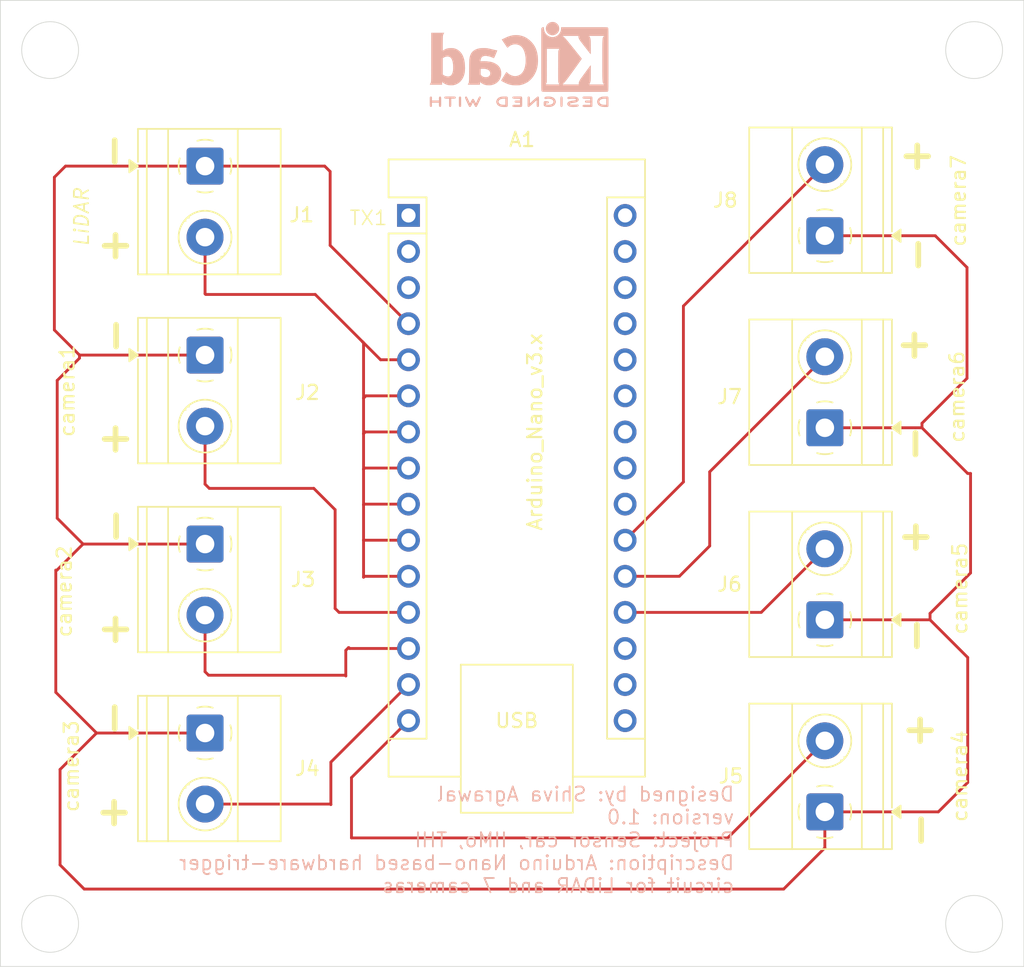
<source format=kicad_pcb>
(kicad_pcb (version 20241229) (generator "pcbnew") (generator_version "9.0")
  (title_block (title "Hardware Trigger circuit for lidar and 7 cameras") (date "2025-11-10") (rev "1.0") (company "Technische Hochschule Ingolstadtt"))
  (layers (0 "F.Cu" signal) (2 "B.Cu" signal) (13 "F.Paste" user) (15 "B.Paste" user) (5 "F.SilkS" user "F.Silkscreen") (7 "B.SilkS" user "B.Silkscreen") (1 "F.Mask" user) (3 "B.Mask" user) (25 "Edge.Cuts" user))
  (net 0 "")
  (net 2 "Net-(A1-D2)")
  (net 4 "Net-(A1-D10)")
  (net 11 "Net-(A1-D9)")
  (net 13 "Net-(A1-D11)")
  (net 15 "Net-(A1-A2)")
  (net 16 "Net-(J1-Pin_1)")
  (net 18 "Net-(A1-A0)")
  (net 20 "Net-(A1-A1)")
  (net 22 "Net-(A1-D12)")
  (footprint "TerminalBlock_Phoenix:TerminalBlock_Phoenix_MKDS-1,5-2_1x02_P5.00mm_Horizontal" (layer "F.Cu") (at 139.4 112.566667 -90)
    (property "Reference" "J4" (at 2.5 -7.2 180) (layer "F.SilkS"))
    (property "Value" "camera3" (at 2.333333 9.4 90) (layer "F.SilkS"))
    (pad "1" thru_hole roundrect (at 0 0 270) (size 2.6 2.6) (drill 1.3) (layers "*.Cu" "*.Mask") (roundrect_rratio 0.096154) (net 16 "Net-(J1-Pin_1)"))
    (pad "2" thru_hole circle (at 5 0 270) (size 2.6 2.6) (drill 1.3) (layers "*.Cu" "*.Mask") (net 13 "Net-(A1-D11)"))
  )
  (footprint "TerminalBlock_Phoenix:TerminalBlock_Phoenix_MKDS-1,5-2_1x02_P5.00mm_Horizontal" (layer "F.Cu") (at 183 118.116667 90)
    (property "Reference" "J5" (at 2.516667 -6.6 0) (layer "F.SilkS"))
    (property "Value" "camera4" (at 2.516667 9.5 270) (layer "F.SilkS"))
    (pad "1" thru_hole roundrect (at 0 0 90) (size 2.6 2.6) (drill 1.3) (layers "*.Cu" "*.Mask") (roundrect_rratio 0.096154) (net 16 "Net-(J1-Pin_1)"))
    (pad "2" thru_hole circle (at 5 0 90) (size 2.6 2.6) (drill 1.3) (layers "*.Cu" "*.Mask") (net 22 "Net-(A1-D12)"))
  )
  (footprint "TerminalBlock_Phoenix:TerminalBlock_Phoenix_MKDS-1,5-2_1x02_P5.00mm_Horizontal" (layer "F.Cu") (at 183 104.6 90)
    (property "Reference" "J6" (at 2.5 -6.7 180) (layer "F.SilkS"))
    (property "Value" "camera5" (at 2.2 9.5 270) (layer "F.SilkS"))
    (pad "1" thru_hole roundrect (at 0 0 90) (size 2.6 2.6) (drill 1.3) (layers "*.Cu" "*.Mask") (roundrect_rratio 0.096154) (net 16 "Net-(J1-Pin_1)"))
    (pad "2" thru_hole circle (at 5 0 90) (size 2.6 2.6) (drill 1.3) (layers "*.Cu" "*.Mask") (net 18 "Net-(A1-A0)"))
  )
  (footprint "TerminalBlock_Phoenix:TerminalBlock_Phoenix_MKDS-1,5-2_1x02_P5.00mm_Horizontal" (layer "F.Cu") (at 183 77.566667 90)
    (property "Reference" "J8" (at 2.5 -7 180) (layer "F.SilkS"))
    (property "Value" "camera7" (at 2.466667 9.4 270) (layer "F.SilkS"))
    (pad "1" thru_hole roundrect (at 0 0 90) (size 2.6 2.6) (drill 1.3) (layers "*.Cu" "*.Mask") (roundrect_rratio 0.096154) (net 16 "Net-(J1-Pin_1)"))
    (pad "2" thru_hole circle (at 5 0 90) (size 2.6 2.6) (drill 1.3) (layers "*.Cu" "*.Mask") (net 15 "Net-(A1-A2)"))
  )
  (footprint "TerminalBlock_Phoenix:TerminalBlock_Phoenix_MKDS-1,5-2_1x02_P5.00mm_Horizontal" (layer "F.Cu") (at 139.4 99.266667 -90)
    (property "Reference" "J3" (at 2.5 -6.9 180) (layer "F.SilkS"))
    (property "Value" "camera2" (at 3.333333 9.9 270) (layer "F.SilkS"))
    (pad "1" thru_hole roundrect (at 0 0 270) (size 2.6 2.6) (drill 1.3) (layers "*.Cu" "*.Mask") (roundrect_rratio 0.096154) (net 16 "Net-(J1-Pin_1)"))
    (pad "2" thru_hole circle (at 5 0 270) (size 2.6 2.6) (drill 1.3) (layers "*.Cu" "*.Mask") (net 4 "Net-(A1-D10)"))
  )
  (footprint "TerminalBlock_Phoenix:TerminalBlock_Phoenix_MKDS-1,5-2_1x02_P5.00mm_Horizontal" (layer "F.Cu") (at 139.4 85.966667 -90)
    (property "Reference" "J2" (at 2.633333 -7.2 180) (layer "F.SilkS"))
    (property "Value" "camera1" (at 2.533333 9.7 270) (layer "F.SilkS"))
    (pad "1" thru_hole roundrect (at 0 0 270) (size 2.6 2.6) (drill 1.3) (layers "*.Cu" "*.Mask") (roundrect_rratio 0.096154) (net 16 "Net-(J1-Pin_1)"))
    (pad "2" thru_hole circle (at 5 0 270) (size 2.6 2.6) (drill 1.3) (layers "*.Cu" "*.Mask") (net 11 "Net-(A1-D9)"))
  )
  (footprint "TerminalBlock_Phoenix:TerminalBlock_Phoenix_MKDS-1,5-2_1x02_P5.00mm_Horizontal" (layer "F.Cu") (at 183 91.083334 90)
    (property "Reference" "J7" (at 2.183334 -6.7 180) (layer "F.SilkS"))
    (property "Value" "camera6" (at 2.183334 9.3 270) (layer "F.SilkS"))
    (pad "1" thru_hole roundrect (at 0 0 90) (size 2.6 2.6) (drill 1.3) (layers "*.Cu" "*.Mask") (roundrect_rratio 0.096154) (net 16 "Net-(J1-Pin_1)"))
    (pad "2" thru_hole circle (at 5 0 90) (size 2.6 2.6) (drill 1.3) (layers "*.Cu" "*.Mask") (net 20 "Net-(A1-A1)"))
  )
  (footprint "TerminalBlock_Phoenix:TerminalBlock_Phoenix_MKDS-1,5-2_1x02_P5.00mm_Horizontal" (layer "F.Cu") (at 139.4 72.666667 -90)
    (property "Reference" "J1" (at 3.433333 -6.8 180) (layer "F.SilkS"))
    (property "Value" "lidar")
    (pad "1" thru_hole roundrect (at 0 0 270) (size 2.6 2.6) (drill 1.3) (layers "*.Cu" "*.Mask") (roundrect_rratio 0.096154) (net 16 "Net-(J1-Pin_1)"))
    (pad "2" thru_hole circle (at 5 0 270) (size 2.6 2.6) (drill 1.3) (layers "*.Cu" "*.Mask") (net 2 "Net-(A1-D2)"))
  )
  (footprint "Module:Arduino_Nano_WithMountingHoles" (layer "F.Cu") (at 153.71 76.136667)
    (property "Reference" "A1" (at 7.99 -5.336667 0) (layer "F.SilkS"))
    (property "Value" "Arduino_Nano_v3.x" (at 8.89 15.24 90) (layer "F.SilkS"))
    (fp_text user "USB" (at 7.62 35.56 0) (layer "F.SilkS"))
    (pad "" np_thru_hole circle (at 0 -2.54) (size 1.78 1.78) (drill 1.78) (layers "*.Cu" "*.Mask"))
    (pad "" np_thru_hole circle (at 0 38.1) (size 1.78 1.78) (drill 1.78) (layers "*.Cu" "*.Mask"))
    (pad "" np_thru_hole circle (at 15.24 -2.54) (size 1.78 1.78) (drill 1.78) (layers "*.Cu" "*.Mask"))
    (pad "" np_thru_hole circle (at 15.24 38.1) (size 1.78 1.78) (drill 1.78) (layers "*.Cu" "*.Mask"))
    (pad "1" thru_hole rect (at 0 0) (size 1.6 1.6) (drill 1) (layers "*.Cu" "*.Mask"))
    (pad "2" thru_hole oval (at 0 2.54) (size 1.6 1.6) (drill 1) (layers "*.Cu" "*.Mask"))
    (pad "3" thru_hole oval (at 0 5.08) (size 1.6 1.6) (drill 1) (layers "*.Cu" "*.Mask"))
    (pad "4" thru_hole oval (at 0 7.62) (size 1.6 1.6) (drill 1) (layers "*.Cu" "*.Mask") (net 16 "Net-(J1-Pin_1)"))
    (pad "5" thru_hole oval (at 0 10.16) (size 1.6 1.6) (drill 1) (layers "*.Cu" "*.Mask") (net 2 "Net-(A1-D2)"))
    (pad "6" thru_hole oval (at 0 12.7) (size 1.6 1.6) (drill 1) (layers "*.Cu" "*.Mask") (net 2 "Net-(A1-D2)"))
    (pad "7" thru_hole oval (at 0 15.24) (size 1.6 1.6) (drill 1) (layers "*.Cu" "*.Mask") (net 2 "Net-(A1-D2)"))
    (pad "8" thru_hole oval (at 0 17.78) (size 1.6 1.6) (drill 1) (layers "*.Cu" "*.Mask") (net 2 "Net-(A1-D2)"))
    (pad "9" thru_hole oval (at 0 20.32) (size 1.6 1.6) (drill 1) (layers "*.Cu" "*.Mask") (net 2 "Net-(A1-D2)"))
    (pad "10" thru_hole oval (at 0 22.86) (size 1.6 1.6) (drill 1) (layers "*.Cu" "*.Mask") (net 2 "Net-(A1-D2)"))
    (pad "11" thru_hole oval (at 0 25.4) (size 1.6 1.6) (drill 1) (layers "*.Cu" "*.Mask") (net 2 "Net-(A1-D2)"))
    (pad "12" thru_hole oval (at 0 27.94) (size 1.6 1.6) (drill 1) (layers "*.Cu" "*.Mask") (net 11 "Net-(A1-D9)"))
    (pad "13" thru_hole oval (at 0 30.48) (size 1.6 1.6) (drill 1) (layers "*.Cu" "*.Mask") (net 4 "Net-(A1-D10)"))
    (pad "14" thru_hole oval (at 0 33.02) (size 1.6 1.6) (drill 1) (layers "*.Cu" "*.Mask") (net 13 "Net-(A1-D11)"))
    (pad "15" thru_hole oval (at 0 35.56) (size 1.6 1.6) (drill 1) (layers "*.Cu" "*.Mask") (net 22 "Net-(A1-D12)"))
    (pad "16" thru_hole oval (at 15.24 35.56) (size 1.6 1.6) (drill 1) (layers "*.Cu" "*.Mask"))
    (pad "17" thru_hole oval (at 15.24 33.02) (size 1.6 1.6) (drill 1) (layers "*.Cu" "*.Mask"))
    (pad "18" thru_hole oval (at 15.24 30.48) (size 1.6 1.6) (drill 1) (layers "*.Cu" "*.Mask"))
    (pad "19" thru_hole oval (at 15.24 27.94) (size 1.6 1.6) (drill 1) (layers "*.Cu" "*.Mask") (net 18 "Net-(A1-A0)"))
    (pad "20" thru_hole oval (at 15.24 25.4) (size 1.6 1.6) (drill 1) (layers "*.Cu" "*.Mask") (net 20 "Net-(A1-A1)"))
    (pad "21" thru_hole oval (at 15.24 22.86) (size 1.6 1.6) (drill 1) (layers "*.Cu" "*.Mask") (net 15 "Net-(A1-A2)"))
    (pad "22" thru_hole oval (at 15.24 20.32) (size 1.6 1.6) (drill 1) (layers "*.Cu" "*.Mask"))
    (pad "23" thru_hole oval (at 15.24 17.78) (size 1.6 1.6) (drill 1) (layers "*.Cu" "*.Mask"))
    (pad "24" thru_hole oval (at 15.24 15.24) (size 1.6 1.6) (drill 1) (layers "*.Cu" "*.Mask"))
    (pad "25" thru_hole oval (at 15.24 12.7) (size 1.6 1.6) (drill 1) (layers "*.Cu" "*.Mask"))
    (pad "26" thru_hole oval (at 15.24 10.16) (size 1.6 1.6) (drill 1) (layers "*.Cu" "*.Mask"))
    (pad "27" thru_hole oval (at 15.24 7.62) (size 1.6 1.6) (drill 1) (layers "*.Cu" "*.Mask"))
    (pad "28" thru_hole oval (at 15.24 5.08) (size 1.6 1.6) (drill 1) (layers "*.Cu" "*.Mask"))
    (pad "29" thru_hole oval (at 15.24 2.54) (size 1.6 1.6) (drill 1) (layers "*.Cu" "*.Mask"))
    (pad "30" thru_hole oval (at 15.24 0) (size 1.6 1.6) (drill 1) (layers "*.Cu" "*.Mask"))
  )
  (footprint "Symbol:KiCad-Logo2_5mm_SilkScreen" (layer "B.Cu") (at 161.5 65.5 180)
    (property "Reference" "REF**" (hide yes))
    (property "Value" "KiCad-Logo2_5mm_SilkScreen" (hide yes))
  )
  (gr_circle (center 193.5 64.5) (end 191.5 64.5) (stroke (width 0.05)) (fill no) (layer "Edge.Cuts"))
  (gr_circle (center 128.5 64.5) (end 126.5 64.5) (stroke (width 0.05)) (fill no) (layer "Edge.Cuts"))
  (gr_circle (center 193.5 126) (end 191.5 126) (stroke (width 0.05)) (fill no) (layer "Edge.Cuts"))
  (gr_rect (start 125 61) (end 197 129) (stroke (width 0.05)) (fill no) (layer "Edge.Cuts"))
  (gr_circle (center 128.5 126) (end 126.5 126) (stroke (width 0.05)) (fill no) (layer "Edge.Cuts"))
  (gr_text "+" (at 188.2 113.4 0) (layer "F.SilkS") (effects (font (size 2 2) (thickness 0.4) (bold yes)) (justify left bottom)))
  (gr_text "-" (at 190.4 93.7 90) (layer "F.SilkS") (effects (font (size 2 2) (thickness 0.4) (bold yes)) (justify left bottom)))
  (gr_text "+" (at 131.6 92.9 0) (layer "F.SilkS") (effects (font (size 2 2) (thickness 0.4) (bold yes)) (justify left bottom)))
  (gr_text "+" (at 187.8 86.3 0) (layer "F.SilkS") (effects (font (size 2 2) (thickness 0.4) (bold yes)) (justify left bottom)))
  (gr_text "-" (at 190.5 107.2 90) (layer "F.SilkS") (effects (font (size 2 2) (thickness 0.4) (bold yes)) (justify left bottom)))
  (gr_text "-" (at 190.8 120.9 90) (layer "F.SilkS") (effects (font (size 2 2) (thickness 0.4) (bold yes)) (justify left bottom)))
  (gr_text "-" (at 134.17 86.1 90) (layer "F.SilkS") (effects (font (size 2 2) (thickness 0.4) (bold yes)) (justify left bottom)))
  (gr_text "+" (at 131.5 119.2 0) (layer "F.SilkS") (effects (font (size 2 2) (thickness 0.4) (bold yes)) (justify left bottom)))
  (gr_text "-" (at 134.17 99.5 90) (layer "F.SilkS") (effects (font (size 2 2) (thickness 0.4) (bold yes)) (justify left bottom)))
  (gr_text "+" (at 131.6 106.3 0) (layer "F.SilkS") (effects (font (size 2 2) (thickness 0.4) (bold yes)) (justify left bottom)))
  (gr_text "+" (at 188 73 0) (layer "F.SilkS") (effects (font (size 2 2) (thickness 0.4) (bold yes)) (justify left bottom)))
  (gr_text "+" (at 131.6 79.3 0) (layer "F.SilkS") (effects (font (size 2 2) (thickness 0.4) (bold yes)) (justify left bottom)))
  (gr_text "-" (at 190.6 80.4 90) (layer "F.SilkS") (effects (font (size 2 2) (thickness 0.4) (bold yes)) (justify left bottom)))
  (gr_text "-" (at 134.07 113.006667 90) (layer "F.SilkS") (effects (font (size 2 2) (thickness 0.4) (bold yes)) (justify left bottom)))
  (gr_text "+" (at 187.9 99.8 0) (layer "F.SilkS") (effects (font (size 2 2) (thickness 0.4) (bold yes)) (justify left bottom)))
  (gr_text "-" (at 134.07 73.106667 90) (layer "F.SilkS") (effects (font (size 2 2) (thickness 0.4) (bold yes)) (justify left bottom)))
  (gr_text "LiDAR" (at 131.3 78.4 90) (layer "F.SilkS") (effects (font (size 1 1) (thickness 0.125) (italic yes)) (justify left bottom)))
  (gr_text "TX1" (at 149.5 76.9 0) (layer "F.SilkS") (effects (font (size 1 1) (thickness 0.1)) (justify left bottom)))
  (gr_text "Designed by: Shiva Agrawal\nversion: 1.0\nProject: Sensor car, IIMo, THI\nDescription: Arduino Nano-based hardware-trigger \ncircuit for LiDAR and 7 cameras" (at 176.7 123.9 0) (layer "B.SilkS") (effects (font (size 1 1) (thickness 0.125)) (justify left bottom mirror)))
  (segment (start 150.593333 96.456667) (end 150.55 96.5) (width 0.2) (layer "F.Cu") (net 2))
  (segment (start 150.713333 88.836667) (end 150.55 89) (width 0.2) (layer "F.Cu") (net 2))
  (segment (start 150.475 85.025) (end 151.746667 86.296667) (width 0.2) (layer "F.Cu") (net 2))
  (segment (start 150.55 94) (end 150.55 91.5) (width 0.2) (layer "F.Cu") (net 2))
  (segment (start 150.55 96.5) (end 150.55 94) (width 0.2) (layer "F.Cu") (net 2))
  (segment (start 153.71 91.376667) (end 150.673333 91.376667) (width 0.2) (layer "F.Cu") (net 2))
  (segment (start 150.633333 93.916667) (end 150.55 94) (width 0.2) (layer "F.Cu") (net 2))
  (segment (start 150.55 91.5) (end 150.55 89) (width 0.2) (layer "F.Cu") (net 2))
  (segment (start 153.71 88.836667) (end 150.713333 88.836667) (width 0.2) (layer "F.Cu") (net 2))
  (segment (start 153.71 93.916667) (end 150.633333 93.916667) (width 0.2) (layer "F.Cu") (net 2))
  (segment (start 150.55 85.1) (end 150.475 85.025) (width 0.2) (layer "F.Cu") (net 2))
  (segment (start 153.71 98.996667) (end 150.553333 98.996667) (width 0.2) (layer "F.Cu") (net 2))
  (segment (start 139.4 77.666667) (end 139.4 81.65) (width 0.2) (layer "F.Cu") (net 2))
  (segment (start 147.15 81.7) (end 150.475 85.025) (width 0.2) (layer "F.Cu") (net 2))
  (segment (start 150.55 89) (end 150.55 85.1) (width 0.2) (layer "F.Cu") (net 2))
  (segment (start 139.4 81.65) (end 139.45 81.7) (width 0.2) (layer "F.Cu") (net 2))
  (segment (start 153.71 101.536667) (end 150.613333 101.536667) (width 0.2) (layer "F.Cu") (net 2))
  (segment (start 139.45 81.7) (end 147.15 81.7) (width 0.2) (layer "F.Cu") (net 2))
  (segment (start 151.746667 86.296667) (end 153.71 86.296667) (width 0.2) (layer "F.Cu") (net 2))
  (segment (start 150.553333 98.996667) (end 150.55 99) (width 0.2) (layer "F.Cu") (net 2))
  (segment (start 153.71 96.456667) (end 150.593333 96.456667) (width 0.2) (layer "F.Cu") (net 2))
  (segment (start 150.613333 101.536667) (end 150.55 101.6) (width 0.2) (layer "F.Cu") (net 2))
  (segment (start 150.55 101.6) (end 150.55 99) (width 0.2) (layer "F.Cu") (net 2))
  (segment (start 150.55 99) (end 150.55 96.5) (width 0.2) (layer "F.Cu") (net 2))
  (segment (start 150.673333 91.376667) (end 150.55 91.5) (width 0.2) (layer "F.Cu") (net 2))
  (segment (start 139.65 108.5) (end 149.25 108.5) (width 0.2) (layer "F.Cu") (net 4))
  (segment (start 149.566667 106.616667) (end 153.71 106.616667) (width 0.2) (layer "F.Cu") (net 4))
  (segment (start 139.4 108.25) (end 139.65 108.5) (width 0.2) (layer "F.Cu") (net 4))
  (segment (start 149.3 106.75) (end 149.5 106.55) (width 0.2) (layer "F.Cu") (net 4))
  (segment (start 139.4 104.266667) (end 139.4 108.25) (width 0.2) (layer "F.Cu") (net 4))
  (segment (start 149.3 108.55) (end 149.3 106.75) (width 0.2) (layer "F.Cu") (net 4))
  (segment (start 149.25 108.5) (end 149.3 108.55) (width 0.2) (layer "F.Cu") (net 4))
  (segment (start 149.5 106.55) (end 149.566667 106.616667) (width 0.2) (layer "F.Cu") (net 4))
  (segment (start 147.05 95.35) (end 148.55 96.85) (width 0.2) (layer "F.Cu") (net 11))
  (segment (start 139.4 95.05) (end 139.7 95.35) (width 0.2) (layer "F.Cu") (net 11))
  (segment (start 148.55 96.85) (end 148.55 103.8) (width 0.2) (layer "F.Cu") (net 11))
  (segment (start 148.826667 104.076667) (end 153.71 104.076667) (width 0.2) (layer "F.Cu") (net 11))
  (segment (start 139.4 90.966667) (end 139.4 95.05) (width 0.2) (layer "F.Cu") (net 11))
  (segment (start 148.55 103.8) (end 148.826667 104.076667) (width 0.2) (layer "F.Cu") (net 11))
  (segment (start 139.7 95.35) (end 147.05 95.35) (width 0.2) (layer "F.Cu") (net 11))
  (segment (start 148.216667 117.566667) (end 139.4 117.566667) (width 0.2) (layer "F.Cu") (net 13))
  (segment (start 148.25 117.6) (end 148.216667 117.566667) (width 0.2) (layer "F.Cu") (net 13))
  (segment (start 148.25 114.616667) (end 148.25 117.6) (width 0.2) (layer "F.Cu") (net 13))
  (segment (start 153.71 109.156667) (end 148.25 114.616667) (width 0.2) (layer "F.Cu") (net 13))
  (segment (start 173.05 94.896667) (end 168.95 98.996667) (width 0.2) (layer "F.Cu") (net 15))
  (segment (start 173.05 82.516667) (end 173.05 94.896667) (width 0.2) (layer "F.Cu") (net 15))
  (segment (start 183 72.566667) (end 173.05 82.516667) (width 0.2) (layer "F.Cu") (net 15))
  (segment (start 148.2 73.05) (end 148.2 78.246667) (width 0.2) (layer "F.Cu") (net 16))
  (segment (start 193 87.6) (end 193 79.8) (width 0.2) (layer "F.Cu") (net 16))
  (segment (start 193.25 101.3) (end 193.25 94.3) (width 0.2) (layer "F.Cu") (net 16))
  (segment (start 189.833334 90.766666) (end 193 87.6) (width 0.2) (layer "F.Cu") (net 16))
  (segment (start 128.8 84.2) (end 130.55 85.95) (width 0.2) (layer "F.Cu") (net 16))
  (segment (start 183 118.116667) (end 190.983333 118.116667) (width 0.2) (layer "F.Cu") (net 16))
  (segment (start 128.9 109.7) (end 131.766667 112.566667) (width 0.2) (layer "F.Cu") (net 16))
  (segment (start 130.816667 99.266667) (end 128.983334 101.1) (width 0.2) (layer "F.Cu") (net 16))
  (segment (start 130.566667 86.183333) (end 129 87.75) (width 0.2) (layer "F.Cu") (net 16))
  (segment (start 193.25 94.3) (end 193.05 94.3) (width 0.2) (layer "F.Cu") (net 16))
  (segment (start 189.833334 91.083334) (end 183 91.083334) (width 0.2) (layer "F.Cu") (net 16))
  (segment (start 190.983333 118.116667) (end 193.05 116.05) (width 0.2) (layer "F.Cu") (net 16))
  (segment (start 129.583333 72.666667) (end 128.8 73.45) (width 0.2) (layer "F.Cu") (net 16))
  (segment (start 193.05 116.05) (end 193.05 107.25) (width 0.2) (layer "F.Cu") (net 16))
  (segment (start 130.566667 85.966667) (end 130.566667 86.183333) (width 0.2) (layer "F.Cu") (net 16))
  (segment (start 183 120.65) (end 183 118.116667) (width 0.2) (layer "F.Cu") (net 16))
  (segment (start 130.566667 85.966667) (end 139.4 85.966667) (width 0.2) (layer "F.Cu") (net 16))
  (segment (start 180.1 123.55) (end 183 120.65) (width 0.2) (layer "F.Cu") (net 16))
  (segment (start 190.4 104.6) (end 190.4 104.15) (width 0.2) (layer "F.Cu") (net 16))
  (segment (start 129.2 115.133334) (end 129.2 121.85) (width 0.2) (layer "F.Cu") (net 16))
  (segment (start 193.05 107.25) (end 190.4 104.6) (width 0.2) (layer "F.Cu") (net 16))
  (segment (start 193 79.8) (end 190.766667 77.566667) (width 0.2) (layer "F.Cu") (net 16))
  (segment (start 139.4 72.666667) (end 147.816667 72.666667) (width 0.2) (layer "F.Cu") (net 16))
  (segment (start 131.766667 112.566667) (end 129.2 115.133334) (width 0.2) (layer "F.Cu") (net 16))
  (segment (start 189.833334 91.083334) (end 189.833334 90.766666) (width 0.2) (layer "F.Cu") (net 16))
  (segment (start 128.983334 101.1) (end 128.9 101.1) (width 0.2) (layer "F.Cu") (net 16))
  (segment (start 148.2 78.246667) (end 153.71 83.756667) (width 0.2) (layer "F.Cu") (net 16))
  (segment (start 130.9 123.55) (end 180.1 123.55) (width 0.2) (layer "F.Cu") (net 16))
  (segment (start 147.816667 72.666667) (end 148.2 73.05) (width 0.2) (layer "F.Cu") (net 16))
  (segment (start 190.766667 77.566667) (end 183 77.566667) (width 0.2) (layer "F.Cu") (net 16))
  (segment (start 129 87.75) (end 129 97.45) (width 0.2) (layer "F.Cu") (net 16))
  (segment (start 190.4 104.15) (end 193.25 101.3) (width 0.2) (layer "F.Cu") (net 16))
  (segment (start 190.4 104.6) (end 183 104.6) (width 0.2) (layer "F.Cu") (net 16))
  (segment (start 129.2 121.85) (end 130.9 123.55) (width 0.2) (layer "F.Cu") (net 16))
  (segment (start 130.55 85.95) (end 130.566667 85.966667) (width 0.2) (layer "F.Cu") (net 16))
  (segment (start 130.816667 99.266667) (end 139.4 99.266667) (width 0.2) (layer "F.Cu") (net 16))
  (segment (start 131.766667 112.566667) (end 139.4 112.566667) (width 0.2) (layer "F.Cu") (net 16))
  (segment (start 139.4 72.666667) (end 129.583333 72.666667) (width 0.2) (layer "F.Cu") (net 16))
  (segment (start 129 97.45) (end 130.816667 99.266667) (width 0.2) (layer "F.Cu") (net 16))
  (segment (start 128.8 73.45) (end 128.8 84.2) (width 0.2) (layer "F.Cu") (net 16))
  (segment (start 128.9 101.1) (end 128.9 109.7) (width 0.2) (layer "F.Cu") (net 16))
  (segment (start 193.05 94.3) (end 189.833334 91.083334) (width 0.2) (layer "F.Cu") (net 16))
  (segment (start 178.523333 104.076667) (end 168.95 104.076667) (width 0.2) (layer "F.Cu") (net 18))
  (segment (start 183 99.6) (end 178.523333 104.076667) (width 0.2) (layer "F.Cu") (net 18))
  (segment (start 183 86.083334) (end 174.9 94.183334) (width 0.2) (layer "F.Cu") (net 20))
  (segment (start 172.763333 101.536667) (end 168.95 101.536667) (width 0.2) (layer "F.Cu") (net 20))
  (segment (start 174.9 99.4) (end 172.763333 101.536667) (width 0.2) (layer "F.Cu") (net 20))
  (segment (start 174.9 94.183334) (end 174.9 99.4) (width 0.2) (layer "F.Cu") (net 20))
  (segment (start 149.7 115.706667) (end 149.7 119.95) (width 0.2) (layer "F.Cu") (net 22))
  (segment (start 176.166667 119.95) (end 183 113.116667) (width 0.2) (layer "F.Cu") (net 22))
  (segment (start 149.7 119.95) (end 176.166667 119.95) (width 0.2) (layer "F.Cu") (net 22))
  (segment (start 153.71 111.696667) (end 149.7 115.706667) (width 0.2) (layer "F.Cu") (net 22))
)
</source>
